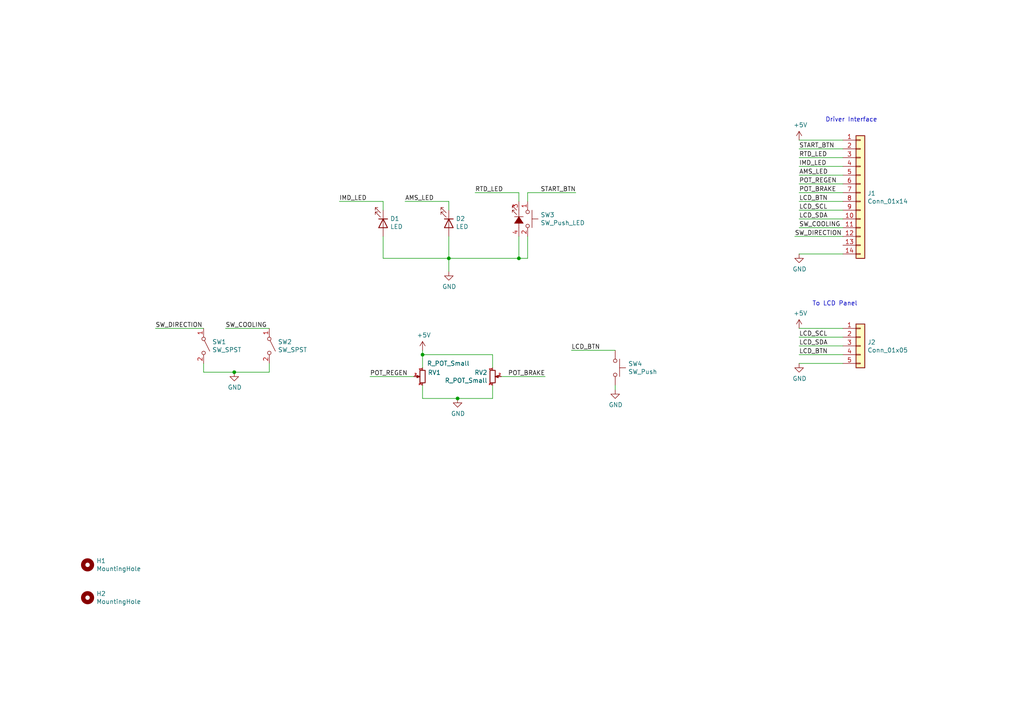
<source format=kicad_sch>
(kicad_sch (version 20211123) (generator eeschema)
  (paper "A4")
  (lib_symbols
    (symbol "Connector_Generic:Conn_01x05" (pin_names (offset 1.016) hide)
      (property "Reference" "J" (at 0 7.62 0))
      (property "Value" "Conn_01x05" (at 0 -7.62 0))
      (symbol "Conn_01x05_1_1"
        (rectangle (start -1.27 -4.953) (end 0 -5.207) (stroke (width 0.1524)))
        (rectangle (start -1.27 -2.413) (end 0 -2.667) (stroke (width 0.1524)))
        (rectangle (start -1.27 0.127) (end 0 -0.127) (stroke (width 0.1524)))
        (rectangle (start -1.27 2.667) (end 0 2.413) (stroke (width 0.1524)))
        (rectangle (start -1.27 5.207) (end 0 4.953) (stroke (width 0.1524)))
        (rectangle (start -1.27 6.35) (end 1.27 -6.35) (stroke (width 0.254)) (fill (type background)))
        (pin passive line (at -5.08 5.08 0) (length 3.81) (name "Pin_1") (number "1"))
        (pin passive line (at -5.08 2.54 0) (length 3.81) (name "Pin_2") (number "2"))
        (pin passive line (at -5.08 0 0) (length 3.81) (name "Pin_3") (number "3"))
        (pin passive line (at -5.08 -2.54 0) (length 3.81) (name "Pin_4") (number "4"))
        (pin passive line (at -5.08 -5.08 0) (length 3.81) (name "Pin_5") (number "5"))
      )
    )
    (symbol "Connector_Generic:Conn_01x14" (pin_names (offset 1.016) hide)
      (property "Reference" "J" (at 0 17.78 0))
      (property "Value" "Conn_01x14" (at 0 -20.32 0))
      (symbol "Conn_01x14_1_1"
        (rectangle (start -1.27 -17.653) (end 0 -17.907) (stroke (width 0.1524)))
        (rectangle (start -1.27 -15.113) (end 0 -15.367) (stroke (width 0.1524)))
        (rectangle (start -1.27 -12.573) (end 0 -12.827) (stroke (width 0.1524)))
        (rectangle (start -1.27 -10.033) (end 0 -10.287) (stroke (width 0.1524)))
        (rectangle (start -1.27 -7.493) (end 0 -7.747) (stroke (width 0.1524)))
        (rectangle (start -1.27 -4.953) (end 0 -5.207) (stroke (width 0.1524)))
        (rectangle (start -1.27 -2.413) (end 0 -2.667) (stroke (width 0.1524)))
        (rectangle (start -1.27 0.127) (end 0 -0.127) (stroke (width 0.1524)))
        (rectangle (start -1.27 2.667) (end 0 2.413) (stroke (width 0.1524)))
        (rectangle (start -1.27 5.207) (end 0 4.953) (stroke (width 0.1524)))
        (rectangle (start -1.27 7.747) (end 0 7.493) (stroke (width 0.1524)))
        (rectangle (start -1.27 10.287) (end 0 10.033) (stroke (width 0.1524)))
        (rectangle (start -1.27 12.827) (end 0 12.573) (stroke (width 0.1524)))
        (rectangle (start -1.27 15.367) (end 0 15.113) (stroke (width 0.1524)))
        (rectangle (start -1.27 16.51) (end 1.27 -19.05) (stroke (width 0.254)) (fill (type background)))
        (pin passive line (at -5.08 15.24 0) (length 3.81) (name "Pin_1") (number "1"))
        (pin passive line (at -5.08 -7.62 0) (length 3.81) (name "Pin_10") (number "10"))
        (pin passive line (at -5.08 -10.16 0) (length 3.81) (name "Pin_11") (number "11"))
        (pin passive line (at -5.08 -12.7 0) (length 3.81) (name "Pin_12") (number "12"))
        (pin passive line (at -5.08 -15.24 0) (length 3.81) (name "Pin_13") (number "13"))
        (pin passive line (at -5.08 -17.78 0) (length 3.81) (name "Pin_14") (number "14"))
        (pin passive line (at -5.08 12.7 0) (length 3.81) (name "Pin_2") (number "2"))
        (pin passive line (at -5.08 10.16 0) (length 3.81) (name "Pin_3") (number "3"))
        (pin passive line (at -5.08 7.62 0) (length 3.81) (name "Pin_4") (number "4"))
        (pin passive line (at -5.08 5.08 0) (length 3.81) (name "Pin_5") (number "5"))
        (pin passive line (at -5.08 2.54 0) (length 3.81) (name "Pin_6") (number "6"))
        (pin passive line (at -5.08 0 0) (length 3.81) (name "Pin_7") (number "7"))
        (pin passive line (at -5.08 -2.54 0) (length 3.81) (name "Pin_8") (number "8"))
        (pin passive line (at -5.08 -5.08 0) (length 3.81) (name "Pin_9") (number "9"))
      )
    )
    (symbol "Device:LED" (pin_numbers hide) (pin_names (offset 1.016) hide)
      (property "Reference" "D" (at 0 2.54 0))
      (property "Value" "LED" (at 0 -2.54 0))
      (symbol "LED_0_1"
        (polyline (pts (xy -1.27 -1.27) (xy -1.27 1.27)) (stroke (width 0.254)))
        (polyline (pts (xy -1.27 0) (xy 1.27 0)))
        (polyline (pts (xy 1.27 -1.27) (xy 1.27 1.27) (xy -1.27 0) (xy 1.27 -1.27)) (stroke (width 0.254)))
        (polyline (pts (xy -3.048 -0.762) (xy -4.572 -2.286) (xy -3.81 -2.286) (xy -4.572 -2.286) (xy -4.572 -1.524)))
        (polyline (pts (xy -1.778 -0.762) (xy -3.302 -2.286) (xy -2.54 -2.286) (xy -3.302 -2.286) (xy -3.302 -1.524)))
      )
      (symbol "LED_1_1"
        (pin passive line (at -3.81 0 0) (length 2.54) (name "K") (number "1"))
        (pin passive line (at 3.81 0 180) (length 2.54) (name "A") (number "2"))
      )
    )
    (symbol "Device:R_POT_Small" (pin_names (offset 1.016) hide)
      (property "Reference" "RV" (at -4.445 0 90))
      (property "Value" "Device_R_POT_Small" (at -2.54 0 90))
      (symbol "R_POT_Small_0_1"
        (polyline (pts (xy 0.889 0) (xy 0.635 0) (xy 1.651 0.381) (xy 1.651 -0.381) (xy 0.635 0) (xy 0.889 0)) (fill (type outline)))
        (rectangle (start 0.762 1.8034) (end -0.762 -1.8034) (stroke (width 0.254)))
      )
      (symbol "R_POT_Small_1_1"
        (pin passive line (at 0 2.54 270) (length 0.635) (name "1") (number "1"))
        (pin passive line (at 2.54 0 180) (length 0.9906) (name "2") (number "2"))
        (pin passive line (at 0 -2.54 90) (length 0.635) (name "3") (number "3"))
      )
    )
    (symbol "Mechanical:MountingHole" (pin_names (offset 1.016))
      (property "Reference" "H" (at 0 5.08 0))
      (property "Value" "MountingHole" (at 0 3.175 0))
      (symbol "MountingHole_0_1"
        (circle (center 0 0) (radius 1.27) (stroke (width 1.27)))
      )
    )
    (symbol "Switch:SW_Push" (pin_numbers hide) (pin_names (offset 1.016) hide)
      (property "Reference" "SW" (at 1.27 2.54 0))
      (property "Value" "SW_Push" (at 0 -1.524 0))
      (symbol "SW_Push_0_1"
        (circle (center -2.032 0) (radius 0.508))
        (polyline (pts (xy 0 1.27) (xy 0 3.048)))
        (polyline (pts (xy 2.54 1.27) (xy -2.54 1.27)))
        (circle (center 2.032 0) (radius 0.508))
        (pin passive line (at -5.08 0 0) (length 2.54) (name "1") (number "1"))
        (pin passive line (at 5.08 0 180) (length 2.54) (name "2") (number "2"))
      )
    )
    (symbol "Switch:SW_Push_LED" (pin_names (offset 1.016) hide)
      (property "Reference" "SW" (at 0.635 5.715 0))
      (property "Value" "SW_Push_LED" (at 0 -3.175 0))
      (symbol "SW_Push_LED_0_0"
        (polyline (pts (xy -3.81 -1.905) (xy -2.54 -0.635)))
        (polyline (pts (xy -2.54 -1.905) (xy -1.27 -0.635)))
        (polyline (pts (xy -2.54 0) (xy 2.54 0)))
        (polyline (pts (xy -0.635 1.27) (xy -0.635 -1.27)))
        (polyline (pts (xy -3.81 -1.27) (xy -3.81 -1.905) (xy -3.175 -1.905)))
        (polyline (pts (xy -2.54 -1.27) (xy -2.54 -1.905) (xy -1.905 -1.905)))
        (polyline (pts (xy -0.635 0) (xy 1.27 1.27) (xy 1.27 -1.27) (xy -0.635 0)) (fill (type outline)))
      )
      (symbol "SW_Push_LED_0_1"
        (circle (center -2.032 2.54) (radius 0.508))
        (polyline (pts (xy 0 3.81) (xy 0 5.588)))
        (polyline (pts (xy 2.54 3.81) (xy -2.54 3.81)))
        (circle (center 2.032 2.54) (radius 0.508))
        (pin passive line (at -5.08 2.54 0) (length 2.54) (name "1") (number "1"))
        (pin passive line (at 5.08 2.54 180) (length 2.54) (name "2") (number "2"))
        (pin passive line (at -5.08 0 0) (length 2.54) (name "K") (number "3"))
        (pin passive line (at 5.08 0 180) (length 2.54) (name "A") (number "4"))
      )
    )
    (symbol "Switch:SW_SPST" (pin_names (offset 0) hide)
      (property "Reference" "SW" (at 0 3.175 0))
      (property "Value" "SW_SPST" (at 0 -2.54 0))
      (symbol "SW_SPST_0_0"
        (circle (center -2.032 0) (radius 0.508))
        (polyline (pts (xy -1.524 0.254) (xy 1.524 1.778)))
        (circle (center 2.032 0) (radius 0.508))
      )
      (symbol "SW_SPST_1_1"
        (pin passive line (at -5.08 0 0) (length 2.54) (name "A") (number "1"))
        (pin passive line (at 5.08 0 180) (length 2.54) (name "B") (number "2"))
      )
    )
    (symbol "power:+5V" (power) (pin_names (offset 0))
      (property "Value" "+5V" (at 0 3.556 0))
      (symbol "+5V_0_1"
        (polyline (pts (xy -0.762 1.27) (xy 0 2.54)))
        (polyline (pts (xy 0 0) (xy 0 2.54)))
        (polyline (pts (xy 0 2.54) (xy 0.762 1.27)))
      )
      (symbol "+5V_1_1"
        (pin power_in line (at 0 0 90) (length 0) hide (name "+5V") (number "1"))
      )
    )
    (symbol "power:GND" (power) (pin_names (offset 0))
      (property "Value" "GND" (at 0 -3.81 0))
      (symbol "GND_0_1"
        (polyline (pts (xy 0 0) (xy 0 -1.27) (xy 1.27 -1.27) (xy 0 -2.54) (xy -1.27 -1.27) (xy 0 -1.27)))
      )
      (symbol "GND_1_1"
        (pin power_in line (at 0 0 270) (length 0) hide (name "GND") (number "1"))
      )
    )
  )
  (junction (at 130.175 74.93))
  (junction (at 132.715 115.57))
  (junction (at 150.495 74.93))
  (junction (at 122.555 102.87))
  (junction (at 67.945 107.95))
  (wire (pts (xy 150.495 55.88) (xy 150.495 58.42)))
  (wire (pts (xy 244.475 100.33) (xy 231.775 100.33)))
  (wire (pts (xy 130.175 78.74) (xy 130.175 74.93)))
  (wire (pts (xy 231.775 66.04) (xy 244.475 66.04)))
  (wire (pts (xy 59.055 105.41) (xy 59.055 107.95)))
  (wire (pts (xy 130.175 60.96) (xy 130.175 58.42)))
  (wire (pts (xy 130.175 74.93) (xy 150.495 74.93)))
  (wire (pts (xy 122.555 101.6) (xy 122.555 102.87)))
  (wire (pts (xy 111.125 74.93) (xy 130.175 74.93)))
  (wire (pts (xy 231.775 43.18) (xy 244.475 43.18)))
  (wire (pts (xy 244.475 63.5) (xy 231.775 63.5)))
  (wire (pts (xy 153.035 74.93) (xy 153.035 68.58)))
  (wire (pts (xy 78.105 107.95) (xy 78.105 105.41)))
  (wire (pts (xy 244.475 55.88) (xy 231.775 55.88)))
  (wire (pts (xy 231.775 97.79) (xy 244.475 97.79)))
  (wire (pts (xy 150.495 68.58) (xy 150.495 74.93)))
  (wire (pts (xy 142.875 102.87) (xy 142.875 106.68)))
  (wire (pts (xy 122.555 115.57) (xy 122.555 111.76)))
  (wire (pts (xy 132.715 115.57) (xy 122.555 115.57)))
  (wire (pts (xy 130.175 68.58) (xy 130.175 74.93)))
  (wire (pts (xy 244.475 40.64) (xy 231.775 40.64)))
  (wire (pts (xy 231.775 48.26) (xy 244.475 48.26)))
  (wire (pts (xy 122.555 102.87) (xy 142.875 102.87)))
  (wire (pts (xy 178.435 101.6) (xy 165.735 101.6)))
  (wire (pts (xy 107.315 109.22) (xy 120.015 109.22)))
  (wire (pts (xy 142.875 111.76) (xy 142.875 115.57)))
  (wire (pts (xy 231.775 73.66) (xy 244.475 73.66)))
  (wire (pts (xy 150.495 74.93) (xy 153.035 74.93)))
  (wire (pts (xy 178.435 113.03) (xy 178.435 111.76)))
  (wire (pts (xy 231.775 53.34) (xy 244.475 53.34)))
  (wire (pts (xy 45.085 95.25) (xy 59.055 95.25)))
  (wire (pts (xy 122.555 102.87) (xy 122.555 106.68)))
  (wire (pts (xy 244.475 45.72) (xy 231.775 45.72)))
  (wire (pts (xy 244.475 102.87) (xy 231.775 102.87)))
  (wire (pts (xy 130.175 58.42) (xy 117.475 58.42)))
  (wire (pts (xy 244.475 95.25) (xy 231.775 95.25)))
  (wire (pts (xy 231.775 60.96) (xy 244.475 60.96)))
  (wire (pts (xy 65.405 95.25) (xy 78.105 95.25)))
  (wire (pts (xy 111.125 58.42) (xy 111.125 60.96)))
  (wire (pts (xy 231.775 105.41) (xy 244.475 105.41)))
  (wire (pts (xy 244.475 58.42) (xy 231.775 58.42)))
  (wire (pts (xy 111.125 68.58) (xy 111.125 74.93)))
  (wire (pts (xy 67.945 107.95) (xy 78.105 107.95)))
  (wire (pts (xy 244.475 50.8) (xy 231.775 50.8)))
  (wire (pts (xy 230.505 68.58) (xy 244.475 68.58)))
  (wire (pts (xy 59.055 107.95) (xy 67.945 107.95)))
  (wire (pts (xy 98.425 58.42) (xy 111.125 58.42)))
  (wire (pts (xy 153.035 55.88) (xy 167.005 55.88)))
  (wire (pts (xy 150.495 55.88) (xy 137.795 55.88)))
  (wire (pts (xy 142.875 115.57) (xy 132.715 115.57)))
  (wire (pts (xy 153.035 55.88) (xy 153.035 58.42)))
  (wire (pts (xy 145.415 109.22) (xy 158.115 109.22)))
  (text "Driver Interface" (at 239.395 35.56 0) (effects (font (size 1.27 1.27)) (justify left bottom)))
  (text "To LCD Panel " (at 235.585 88.9 0) (effects (font (size 1.27 1.27)) (justify left bottom)))
  (label "IMD_LED" (at 231.775 48.26 0))
  (label "START_BTN" (at 231.775 43.18 0))
  (label "POT_REGEN" (at 107.315 109.22 0))
  (label "LCD_SDA" (at 231.775 100.33 0))
  (label "SW_COOLING" (at 65.405 95.25 0))
  (label "LCD_BTN" (at 231.775 102.87 0))
  (label "LCD_SCL" (at 231.775 60.96 0))
  (label "RTD_LED" (at 137.795 55.88 0))
  (label "LCD_SCL" (at 231.775 97.79 0))
  (label "SW_DIRECTION" (at 45.085 95.25 0))
  (label "AMS_LED" (at 117.475 58.42 0))
  (label "LCD_BTN" (at 231.775 58.42 0))
  (label "RTD_LED" (at 231.775 45.72 0))
  (label "IMD_LED" (at 98.425 58.42 0))
  (label "START_BTN" (at 167.005 55.88 180))
  (label "LCD_SDA" (at 231.775 63.5 0))
  (label "LCD_BTN" (at 165.735 101.6 0))
  (label "POT_REGEN" (at 231.775 53.34 0))
  (label "SW_COOLING" (at 231.775 66.04 0))
  (label "POT_BRAKE" (at 231.775 55.88 0))
  (label "SW_DIRECTION" (at 230.505 68.58 0))
  (label "AMS_LED" (at 231.775 50.8 0))
  (label "POT_BRAKE" (at 158.115 109.22 180))
  (symbol (lib_id "power:GND") (at 231.775 73.66 0) (unit 1)
    (property "Reference" "#PWR0101" (effects hide))
    (property "Value" "GND" (at 231.902 78.0542 0))
  )
  (symbol (lib_id "Switch:SW_SPST") (at 59.055 100.33 270) (unit 1)
    (property "Reference" "SW1" (at 61.5442 99.1616 90) (effects (justify left)))
    (property "Value" "SW_SPST" (at 61.5442 101.473 90) (effects (justify left)))
    (property "Footprint" "AERO_Footprints:Toggle_Switch_100SP1T1B4M2QE" (effects hide))
  )
  (symbol (lib_id "power:GND") (at 130.175 78.74 0) (unit 1)
    (property "Reference" "#PWR0105" (effects hide))
    (property "Value" "GND" (at 130.302 83.1342 0))
  )
  (symbol (lib_id "power:+5V") (at 231.775 95.25 0) (unit 1)
    (property "Reference" "#PWR0104" (effects hide))
    (property "Value" "+5V" (at 232.156 90.8558 0))
  )
  (symbol (lib_id "Device:LED") (at 130.175 64.77 270) (unit 1)
    (property "Reference" "D2" (at 132.207 63.4238 90) (effects (justify left)))
    (property "Value" "LED" (at 132.207 65.7352 90) (effects (justify left)))
    (property "Footprint" "LED_THT:LED_D5.0mm" (effects hide))
  )
  (symbol (lib_id "Mechanical:MountingHole") (at 25.4 163.83 0) (unit 1)
    (property "Reference" "H1" (at 27.94 162.6616 0) (effects (justify left)))
    (property "Value" "MountingHole" (at 27.94 164.973 0) (effects (justify left)))
    (property "Footprint" "MountingHole:MountingHole_3.2mm_M3" (effects hide))
  )
  (symbol (lib_id "power:GND") (at 67.945 107.95 0) (unit 1)
    (property "Reference" "#PWR0109" (effects hide))
    (property "Value" "GND" (at 68.072 112.3442 0))
  )
  (symbol (lib_id "Device:R_POT_Small") (at 142.875 109.22 0) (unit 1)
    (property "Reference" "RV2" (at 141.3764 108.0516 0) (effects (justify right)))
    (property "Value" "R_POT_Small" (at 141.3764 110.363 0) (effects (justify right)))
  )
  (symbol (lib_id "Mechanical:MountingHole") (at 25.4 173.355 0) (unit 1)
    (property "Reference" "H2" (at 27.94 172.1866 0) (effects (justify left)))
    (property "Value" "MountingHole" (at 27.94 174.498 0) (effects (justify left)))
    (property "Footprint" "MountingHole:MountingHole_3.2mm_M3" (effects hide))
  )
  (symbol (lib_id "power:GND") (at 231.775 105.41 0) (unit 1)
    (property "Reference" "#PWR0103" (effects hide))
    (property "Value" "GND" (at 231.902 109.8042 0))
  )
  (symbol (lib_id "Connector_Generic:Conn_01x14") (at 249.555 55.88 0) (unit 1)
    (property "Reference" "J1" (at 251.587 56.0832 0) (effects (justify left)))
    (property "Value" "Conn_01x14" (at 251.587 58.3946 0) (effects (justify left)))
    (property "Footprint" "AERO_Footprints:TE_1-776262-1_14pin_Vertical" (effects hide))
  )
  (symbol (lib_id "Device:LED") (at 111.125 64.77 270) (unit 1)
    (property "Reference" "D1" (at 113.157 63.4238 90) (effects (justify left)))
    (property "Value" "LED" (at 113.157 65.7352 90) (effects (justify left)))
    (property "Footprint" "LED_THT:LED_D5.0mm" (effects hide))
  )
  (symbol (lib_id "Switch:SW_Push_LED") (at 150.495 63.5 270) (unit 1)
    (property "Reference" "SW3" (at 156.7688 62.3316 90) (effects (justify left)))
    (property "Value" "SW_Push_LED" (at 156.7688 64.643 90) (effects (justify left)))
    (property "Footprint" "AERO_Footprints:14AP-L1-03-B" (effects hide))
  )
  (symbol (lib_id "power:+5V") (at 122.555 101.6 0) (unit 1)
    (property "Reference" "#PWR0106" (effects hide))
    (property "Value" "+5V" (at 122.936 97.2058 0))
  )
  (symbol (lib_id "Device:R_POT_Small") (at 122.555 109.22 0) (mirror y) (unit 1)
    (property "Reference" "RV1" (at 124.079 108.0516 0) (effects (justify right)))
    (property "Value" "R_POT_Small" (at 123.825 105.41 0) (effects (justify right)))
  )
  (symbol (lib_id "Switch:SW_SPST") (at 78.105 100.33 270) (unit 1)
    (property "Reference" "SW2" (at 80.5942 99.1616 90) (effects (justify left)))
    (property "Value" "SW_SPST" (at 80.5942 101.473 90) (effects (justify left)))
    (property "Footprint" "AERO_Footprints:Toggle_Switch_100SP1T1B4M2QE" (effects hide))
  )
  (symbol (lib_id "power:GND") (at 132.715 115.57 0) (unit 1)
    (property "Reference" "#PWR0108" (effects hide))
    (property "Value" "GND" (at 132.842 119.9642 0))
  )
  (symbol (lib_id "power:+5V") (at 231.775 40.64 0) (unit 1)
    (property "Reference" "#PWR0102" (effects hide))
    (property "Value" "+5V" (at 232.156 36.2458 0))
  )
  (symbol (lib_id "Connector_Generic:Conn_01x05") (at 249.555 100.33 0) (unit 1)
    (property "Reference" "J2" (at 251.587 99.2632 0) (effects (justify left)))
    (property "Value" "Conn_01x05" (at 251.587 101.5746 0) (effects (justify left)))
    (property "Footprint" "Connector_JST:JST_XH_S5B-XH-A-1_1x05_P2.50mm_Horizontal" (effects hide))
  )
  (symbol (lib_id "power:GND") (at 178.435 113.03 0) (unit 1)
    (property "Reference" "#PWR0107" (effects hide))
    (property "Value" "GND" (at 178.562 117.4242 0))
  )
  (symbol (lib_id "Switch:SW_Push") (at 178.435 106.68 270) (unit 1)
    (property "Reference" "SW4" (at 182.1942 105.5116 90) (effects (justify left)))
    (property "Value" "SW_Push" (at 182.1942 107.823 90) (effects (justify left)))
  )
)
</source>
